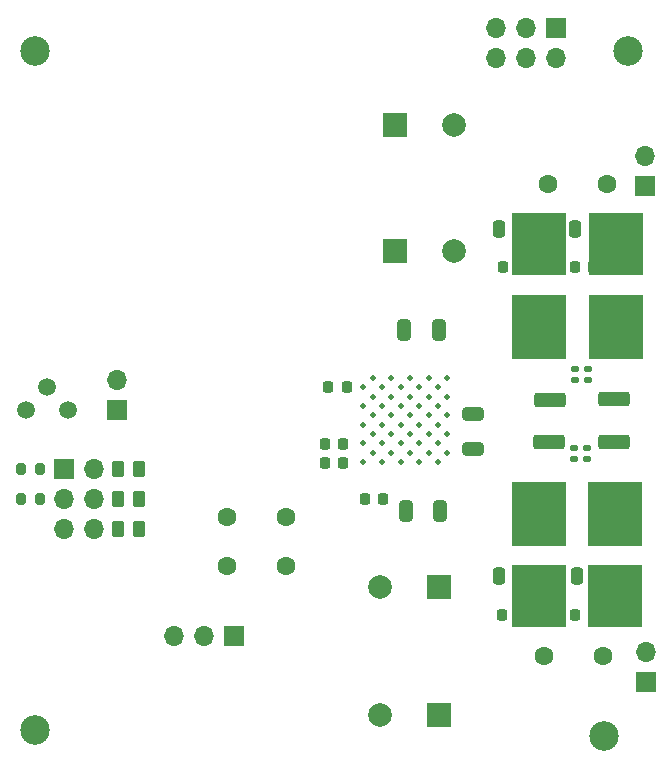
<source format=gbs>
G04 #@! TF.GenerationSoftware,KiCad,Pcbnew,(6.0.1)*
G04 #@! TF.CreationDate,2022-06-09T13:55:52-07:00*
G04 #@! TF.ProjectId,AudioAmpRev1_2,41756469-6f41-46d7-9052-6576315f322e,1.2*
G04 #@! TF.SameCoordinates,Original*
G04 #@! TF.FileFunction,Soldermask,Bot*
G04 #@! TF.FilePolarity,Negative*
%FSLAX46Y46*%
G04 Gerber Fmt 4.6, Leading zero omitted, Abs format (unit mm)*
G04 Created by KiCad (PCBNEW (6.0.1)) date 2022-06-09 13:55:52*
%MOMM*%
%LPD*%
G01*
G04 APERTURE LIST*
G04 Aperture macros list*
%AMRoundRect*
0 Rectangle with rounded corners*
0 $1 Rounding radius*
0 $2 $3 $4 $5 $6 $7 $8 $9 X,Y pos of 4 corners*
0 Add a 4 corners polygon primitive as box body*
4,1,4,$2,$3,$4,$5,$6,$7,$8,$9,$2,$3,0*
0 Add four circle primitives for the rounded corners*
1,1,$1+$1,$2,$3*
1,1,$1+$1,$4,$5*
1,1,$1+$1,$6,$7*
1,1,$1+$1,$8,$9*
0 Add four rect primitives between the rounded corners*
20,1,$1+$1,$2,$3,$4,$5,0*
20,1,$1+$1,$4,$5,$6,$7,0*
20,1,$1+$1,$6,$7,$8,$9,0*
20,1,$1+$1,$8,$9,$2,$3,0*%
G04 Aperture macros list end*
%ADD10R,4.550000X5.500000*%
%ADD11R,4.550000X5.300000*%
%ADD12C,1.600000*%
%ADD13R,2.000000X2.000000*%
%ADD14C,2.000000*%
%ADD15R,1.700000X1.700000*%
%ADD16O,1.700000X1.700000*%
%ADD17C,0.508000*%
%ADD18C,2.500000*%
%ADD19C,1.498600*%
%ADD20RoundRect,0.250000X0.250000X0.475000X-0.250000X0.475000X-0.250000X-0.475000X0.250000X-0.475000X0*%
%ADD21RoundRect,0.225000X0.225000X0.250000X-0.225000X0.250000X-0.225000X-0.250000X0.225000X-0.250000X0*%
%ADD22RoundRect,0.250000X-0.250000X-0.475000X0.250000X-0.475000X0.250000X0.475000X-0.250000X0.475000X0*%
%ADD23RoundRect,0.250000X1.075000X-0.362500X1.075000X0.362500X-1.075000X0.362500X-1.075000X-0.362500X0*%
%ADD24RoundRect,0.250000X0.325000X0.650000X-0.325000X0.650000X-0.325000X-0.650000X0.325000X-0.650000X0*%
%ADD25RoundRect,0.200000X0.200000X0.275000X-0.200000X0.275000X-0.200000X-0.275000X0.200000X-0.275000X0*%
%ADD26RoundRect,0.140000X0.170000X-0.140000X0.170000X0.140000X-0.170000X0.140000X-0.170000X-0.140000X0*%
%ADD27RoundRect,0.250000X-0.262500X-0.450000X0.262500X-0.450000X0.262500X0.450000X-0.262500X0.450000X0*%
%ADD28RoundRect,0.250000X0.650000X-0.325000X0.650000X0.325000X-0.650000X0.325000X-0.650000X-0.325000X0*%
%ADD29RoundRect,0.225000X-0.225000X-0.250000X0.225000X-0.250000X0.225000X0.250000X-0.225000X0.250000X0*%
%ADD30RoundRect,0.140000X-0.170000X0.140000X-0.170000X-0.140000X0.170000X-0.140000X0.170000X0.140000X0*%
%ADD31RoundRect,0.250000X-1.075000X0.362500X-1.075000X-0.362500X1.075000X-0.362500X1.075000X0.362500X0*%
G04 APERTURE END LIST*
D10*
X149125000Y-110170000D03*
D11*
X149125000Y-117170000D03*
X142675000Y-117170000D03*
D10*
X142675000Y-110170000D03*
X142695000Y-94340000D03*
D11*
X142695000Y-87340000D03*
X149145000Y-87340000D03*
D10*
X149145000Y-94340000D03*
D12*
X143400000Y-82300000D03*
X148400000Y-82300000D03*
X116200000Y-114600000D03*
X121200000Y-114600000D03*
D13*
X134167677Y-127200000D03*
D14*
X129167677Y-127200000D03*
D15*
X151630000Y-82475000D03*
D16*
X151630000Y-79935000D03*
D13*
X130489223Y-87957000D03*
D14*
X135489223Y-87957000D03*
D15*
X144100000Y-69100000D03*
D16*
X144100000Y-71640000D03*
X141560000Y-69100000D03*
X141560000Y-71640000D03*
X139020000Y-69100000D03*
X139020000Y-71640000D03*
D15*
X151700000Y-124475000D03*
D16*
X151700000Y-121935000D03*
D17*
X133305500Y-105008400D03*
X134880300Y-105008400D03*
X134880300Y-98709200D03*
X132518100Y-105795800D03*
X134092900Y-102646200D03*
X130943300Y-101071400D03*
X130155900Y-98709200D03*
X132518100Y-102646200D03*
X128581100Y-100284000D03*
X127793700Y-102646200D03*
X134880300Y-101858800D03*
X130155900Y-103433600D03*
X127793700Y-99496600D03*
X130943300Y-104221000D03*
X131730700Y-101858800D03*
X134092900Y-99496600D03*
X134092900Y-104221000D03*
X129368500Y-99496600D03*
X129368500Y-101071400D03*
X130155900Y-101858800D03*
X130943300Y-99496600D03*
X132518100Y-99496600D03*
X133305500Y-98709200D03*
X130943300Y-102646200D03*
X131730700Y-100284000D03*
X130155900Y-100284000D03*
X133305500Y-103433600D03*
X128581100Y-105008400D03*
X133305500Y-100284000D03*
X129368500Y-104221000D03*
X131730700Y-105008400D03*
X134092900Y-101071400D03*
X132518100Y-101071400D03*
X131730700Y-98709200D03*
X128581100Y-101858800D03*
X129368500Y-105795800D03*
X130943300Y-105795800D03*
X130155900Y-105008400D03*
X134880300Y-100284000D03*
X132518100Y-104221000D03*
X127793700Y-101071400D03*
X128581100Y-103433600D03*
X127793700Y-104221000D03*
X131730700Y-103433600D03*
X134092900Y-105795800D03*
X134880300Y-103433600D03*
X128581100Y-98709200D03*
X127793700Y-105795800D03*
X129368500Y-102646200D03*
X133305500Y-101858800D03*
D15*
X116825000Y-120525000D03*
D16*
X114285000Y-120525000D03*
X111745000Y-120525000D03*
D15*
X106900000Y-101400000D03*
D16*
X106900000Y-98860000D03*
D12*
X148100000Y-122200000D03*
X143100000Y-122200000D03*
D18*
X148200000Y-129000000D03*
D13*
X134167677Y-116400000D03*
D14*
X129167677Y-116400000D03*
D19*
X102800000Y-101400000D03*
X101000000Y-99500000D03*
X99200000Y-101400000D03*
D13*
X130489223Y-77257000D03*
D14*
X135489223Y-77257000D03*
D12*
X116200000Y-110500000D03*
X121200000Y-110500000D03*
D18*
X100000000Y-71000000D03*
X150200000Y-71000000D03*
D15*
X102425000Y-106375000D03*
D16*
X104965000Y-106375000D03*
X102425000Y-108915000D03*
X104965000Y-108915000D03*
X102425000Y-111455000D03*
X104965000Y-111455000D03*
D18*
X100000000Y-128500000D03*
D20*
X141150000Y-115500000D03*
X139250000Y-115500000D03*
D21*
X141075000Y-118720000D03*
X139525000Y-118720000D03*
D22*
X145850000Y-115480000D03*
X147750000Y-115480000D03*
D23*
X149000000Y-108712500D03*
X149000000Y-104087500D03*
D24*
X134175000Y-94600000D03*
X131225000Y-94600000D03*
D25*
X100425000Y-108900000D03*
X98775000Y-108900000D03*
D26*
X146700000Y-105580000D03*
X146700000Y-104620000D03*
D27*
X106987500Y-106400000D03*
X108812500Y-106400000D03*
D21*
X129475000Y-108900000D03*
X127925000Y-108900000D03*
D28*
X137100000Y-104675000D03*
X137100000Y-101725000D03*
D23*
X149020000Y-100502500D03*
X149020000Y-95877500D03*
D29*
X139600000Y-89280000D03*
X141150000Y-89280000D03*
D27*
X107000000Y-111500000D03*
X108825000Y-111500000D03*
D24*
X134305000Y-109982752D03*
X131355000Y-109982752D03*
D21*
X147250000Y-89280000D03*
X145700000Y-89280000D03*
D20*
X147600000Y-86050000D03*
X145700000Y-86050000D03*
D27*
X106987500Y-108900000D03*
X108812500Y-108900000D03*
D29*
X145725000Y-118720000D03*
X147275000Y-118720000D03*
D26*
X146820000Y-98870000D03*
X146820000Y-97910000D03*
D29*
X124525000Y-105900000D03*
X126075000Y-105900000D03*
X124825000Y-99500000D03*
X126375000Y-99500000D03*
D30*
X145600000Y-104620000D03*
X145600000Y-105580000D03*
D22*
X139250000Y-86050000D03*
X141150000Y-86050000D03*
D31*
X143580000Y-95917500D03*
X143580000Y-100542500D03*
D25*
X100425000Y-106400000D03*
X98775000Y-106400000D03*
D31*
X143500000Y-104087500D03*
X143500000Y-108712500D03*
D29*
X124525000Y-104300000D03*
X126075000Y-104300000D03*
D30*
X145720000Y-97910000D03*
X145720000Y-98870000D03*
M02*

</source>
